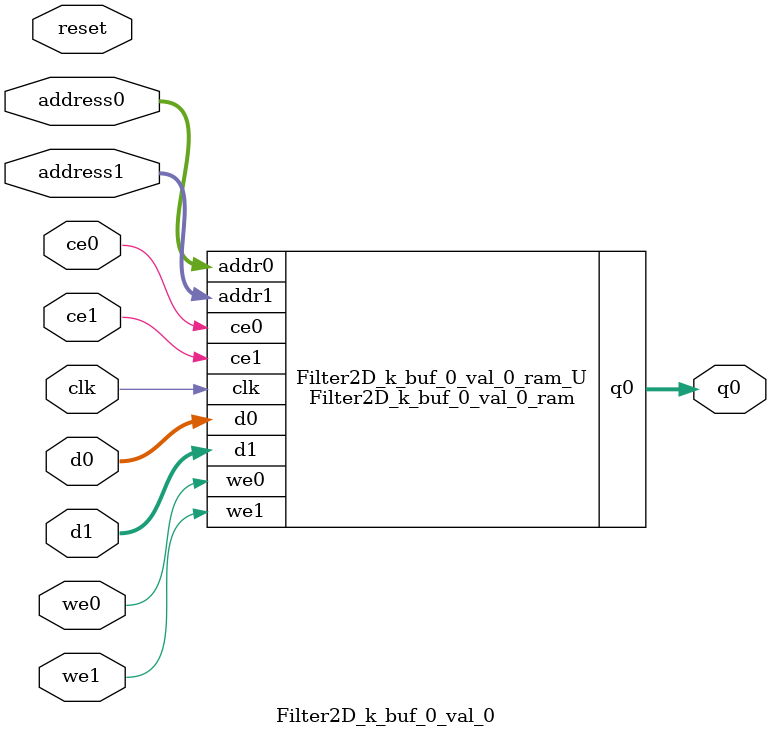
<source format=v>
`timescale 1 ns / 1 ps
module Filter2D_k_buf_0_val_0_ram (addr0, ce0, d0, we0, q0, addr1, ce1, d1, we1,  clk);

parameter DWIDTH = 8;
parameter AWIDTH = 8;
parameter MEM_SIZE = 220;

input[AWIDTH-1:0] addr0;
input ce0;
input[DWIDTH-1:0] d0;
input we0;
output reg[DWIDTH-1:0] q0;
input[AWIDTH-1:0] addr1;
input ce1;
input[DWIDTH-1:0] d1;
input we1;
input clk;

(* ram_style = "block" *)reg [DWIDTH-1:0] ram[0:MEM_SIZE-1];




always @(posedge clk)  
begin 
    if (ce0) 
    begin
        if (we0) 
        begin 
            ram[addr0] <= d0; 
        end 
        q0 <= ram[addr0];
    end
end


always @(posedge clk)  
begin 
    if (ce1) 
    begin
        if (we1) 
        begin 
            ram[addr1] <= d1; 
        end 
    end
end


endmodule

`timescale 1 ns / 1 ps
module Filter2D_k_buf_0_val_0(
    reset,
    clk,
    address0,
    ce0,
    we0,
    d0,
    q0,
    address1,
    ce1,
    we1,
    d1);

parameter DataWidth = 32'd8;
parameter AddressRange = 32'd220;
parameter AddressWidth = 32'd8;
input reset;
input clk;
input[AddressWidth - 1:0] address0;
input ce0;
input we0;
input[DataWidth - 1:0] d0;
output[DataWidth - 1:0] q0;
input[AddressWidth - 1:0] address1;
input ce1;
input we1;
input[DataWidth - 1:0] d1;



Filter2D_k_buf_0_val_0_ram Filter2D_k_buf_0_val_0_ram_U(
    .clk( clk ),
    .addr0( address0 ),
    .ce0( ce0 ),
    .we0( we0 ),
    .d0( d0 ),
    .q0( q0 ),
    .addr1( address1 ),
    .ce1( ce1 ),
    .we1( we1 ),
    .d1( d1 ));

endmodule


</source>
